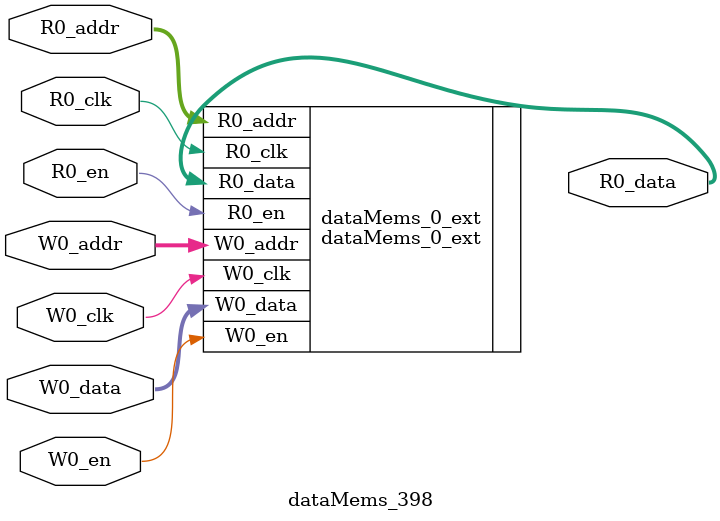
<source format=sv>
`ifndef RANDOMIZE
  `ifdef RANDOMIZE_REG_INIT
    `define RANDOMIZE
  `endif // RANDOMIZE_REG_INIT
`endif // not def RANDOMIZE
`ifndef RANDOMIZE
  `ifdef RANDOMIZE_MEM_INIT
    `define RANDOMIZE
  `endif // RANDOMIZE_MEM_INIT
`endif // not def RANDOMIZE

`ifndef RANDOM
  `define RANDOM $random
`endif // not def RANDOM

// Users can define 'PRINTF_COND' to add an extra gate to prints.
`ifndef PRINTF_COND_
  `ifdef PRINTF_COND
    `define PRINTF_COND_ (`PRINTF_COND)
  `else  // PRINTF_COND
    `define PRINTF_COND_ 1
  `endif // PRINTF_COND
`endif // not def PRINTF_COND_

// Users can define 'ASSERT_VERBOSE_COND' to add an extra gate to assert error printing.
`ifndef ASSERT_VERBOSE_COND_
  `ifdef ASSERT_VERBOSE_COND
    `define ASSERT_VERBOSE_COND_ (`ASSERT_VERBOSE_COND)
  `else  // ASSERT_VERBOSE_COND
    `define ASSERT_VERBOSE_COND_ 1
  `endif // ASSERT_VERBOSE_COND
`endif // not def ASSERT_VERBOSE_COND_

// Users can define 'STOP_COND' to add an extra gate to stop conditions.
`ifndef STOP_COND_
  `ifdef STOP_COND
    `define STOP_COND_ (`STOP_COND)
  `else  // STOP_COND
    `define STOP_COND_ 1
  `endif // STOP_COND
`endif // not def STOP_COND_

// Users can define INIT_RANDOM as general code that gets injected into the
// initializer block for modules with registers.
`ifndef INIT_RANDOM
  `define INIT_RANDOM
`endif // not def INIT_RANDOM

// If using random initialization, you can also define RANDOMIZE_DELAY to
// customize the delay used, otherwise 0.002 is used.
`ifndef RANDOMIZE_DELAY
  `define RANDOMIZE_DELAY 0.002
`endif // not def RANDOMIZE_DELAY

// Define INIT_RANDOM_PROLOG_ for use in our modules below.
`ifndef INIT_RANDOM_PROLOG_
  `ifdef RANDOMIZE
    `ifdef VERILATOR
      `define INIT_RANDOM_PROLOG_ `INIT_RANDOM
    `else  // VERILATOR
      `define INIT_RANDOM_PROLOG_ `INIT_RANDOM #`RANDOMIZE_DELAY begin end
    `endif // VERILATOR
  `else  // RANDOMIZE
    `define INIT_RANDOM_PROLOG_
  `endif // RANDOMIZE
`endif // not def INIT_RANDOM_PROLOG_

// Include register initializers in init blocks unless synthesis is set
`ifndef SYNTHESIS
  `ifndef ENABLE_INITIAL_REG_
    `define ENABLE_INITIAL_REG_
  `endif // not def ENABLE_INITIAL_REG_
`endif // not def SYNTHESIS

// Include rmemory initializers in init blocks unless synthesis is set
`ifndef SYNTHESIS
  `ifndef ENABLE_INITIAL_MEM_
    `define ENABLE_INITIAL_MEM_
  `endif // not def ENABLE_INITIAL_MEM_
`endif // not def SYNTHESIS

module dataMems_398(	// @[generators/ara/src/main/scala/UnsafeAXI4ToTL.scala:365:62]
  input  [4:0]  R0_addr,
  input         R0_en,
  input         R0_clk,
  output [66:0] R0_data,
  input  [4:0]  W0_addr,
  input         W0_en,
  input         W0_clk,
  input  [66:0] W0_data
);

  dataMems_0_ext dataMems_0_ext (	// @[generators/ara/src/main/scala/UnsafeAXI4ToTL.scala:365:62]
    .R0_addr (R0_addr),
    .R0_en   (R0_en),
    .R0_clk  (R0_clk),
    .R0_data (R0_data),
    .W0_addr (W0_addr),
    .W0_en   (W0_en),
    .W0_clk  (W0_clk),
    .W0_data (W0_data)
  );
endmodule


</source>
